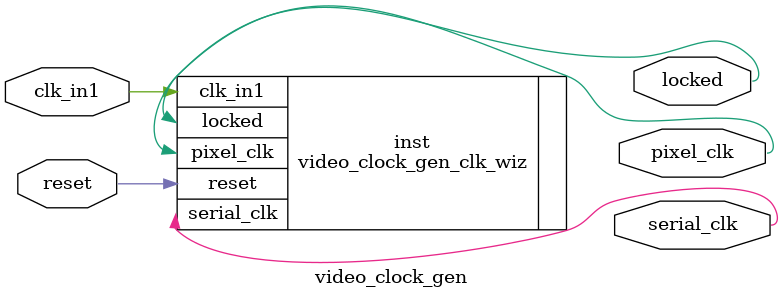
<source format=v>


`timescale 1ps/1ps

(* CORE_GENERATION_INFO = "video_clock_gen,clk_wiz_v6_0_8_0_0,{component_name=video_clock_gen,use_phase_alignment=true,use_min_o_jitter=false,use_max_i_jitter=false,use_dyn_phase_shift=false,use_inclk_switchover=false,use_dyn_reconfig=false,enable_axi=0,feedback_source=FDBK_AUTO,PRIMITIVE=MMCM,num_out_clk=2,clkin1_period=13.333,clkin2_period=10.0,use_power_down=false,use_reset=true,use_locked=true,use_inclk_stopped=false,feedback_type=SINGLE,CLOCK_MGR_TYPE=NA,manual_override=false}" *)

module video_clock_gen 
 (
  // Clock out ports
  output        serial_clk,
  output        pixel_clk,
  // Status and control signals
  input         reset,
  output        locked,
 // Clock in ports
  input         clk_in1
 );

  video_clock_gen_clk_wiz inst
  (
  // Clock out ports  
  .serial_clk(serial_clk),
  .pixel_clk(pixel_clk),
  // Status and control signals               
  .reset(reset), 
  .locked(locked),
 // Clock in ports
  .clk_in1(clk_in1)
  );

endmodule

</source>
